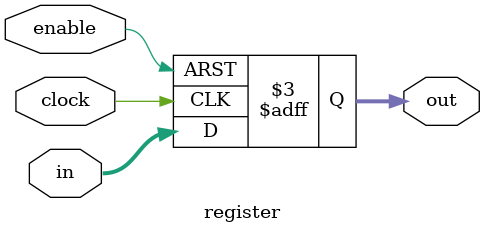
<source format=v>
`timescale 1ns / 1ps

module register (out, enable, in, clock);
    output reg [3:0] out;
    input enable;
    input [3:0] in;
    input clock;
    
    always @ (posedge clock or negedge enable)
    begin
        if (~enable)
        begin
            out = 4'b0000;
        end
        else
        begin
            out[3] = in[3];
            out[2] = in[2];
            out[1] = in[1];
            out[0] = in[0];
        end
    end
endmodule

</source>
